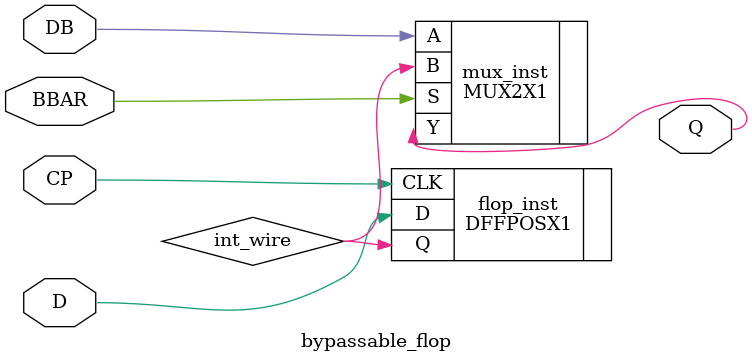
<source format=v>
module bypassable_flop(
input BBAR,
input DB,
input D,
input CP,
output Q
);

wire int_wire;

MUX2X1 mux_inst (
.A(DB),
.B(int_wire),
.S(BBAR),
.Y(Q)
);

DFFPOSX1 flop_inst (
.D(D),
.Q(int_wire),
.CLK(CP)
);
endmodule


</source>
